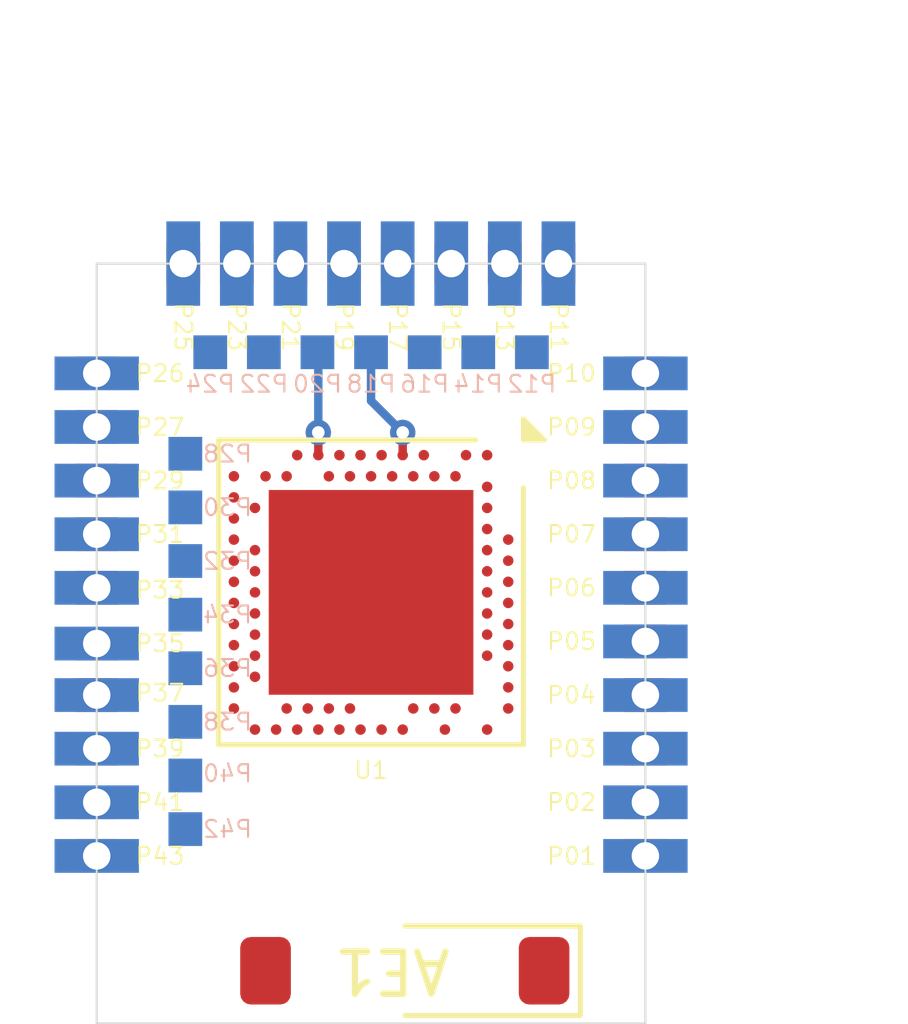
<source format=kicad_pcb>
(kicad_pcb (version 20241229) (generator "pcbnew") (generator_version "9.0")
  (layers (0 "F.Cu" signal) (4 "In1.Cu" signal) (6 "In2.Cu" signal) (2 "B.Cu" signal) (13 "F.Paste" user) (15 "B.Paste" user) (5 "F.SilkS" user "F.Silkscreen") (7 "B.SilkS" user "B.Silkscreen") (1 "F.Mask" user) (3 "B.Mask" user) (25 "Edge.Cuts" user))
  (net 0 "")
  (net 2 "GND")
  (net 3 "Net-(AE1-PCB_Trace)")
  (net 29 "Net-(P01-Pin_1)")
  (net 30 "Net-(P02-Pin_1)")
  (net 31 "Net-(P03-Pin_1)")
  (net 32 "Net-(P04-Pin_1)")
  (net 33 "Net-(P06-Pin_1)")
  (net 34 "Net-(P07-Pin_1)")
  (net 35 "Net-(P08-Pin_1)")
  (net 36 "Net-(P09-Pin_1)")
  (net 37 "Net-(P10-Pin_1)")
  (net 38 "Net-(P11-Pin_1)")
  (net 39 "Net-(P12-Pin_1)")
  (net 40 "Net-(P13-Pin_1)")
  (net 41 "Net-(P14-Pin_1)")
  (net 42 "Net-(P15-Pin_1)")
  (net 43 "Net-(P16-Pin_1)")
  (net 44 "Net-(P17-Pin_1)")
  (net 45 "Net-(P18-Pin_1)")
  (net 46 "Net-(P19-Pin_1)")
  (net 47 "Net-(P20-Pin_1)")
  (net 48 "Net-(P22-Pin_1)")
  (net 49 "Net-(P23-Pin_1)")
  (net 50 "Net-(P25-Pin_1)")
  (net 51 "Net-(P26-Pin_1)")
  (net 52 "Net-(P27-Pin_1)")
  (net 53 "Net-(P28-Pin_1)")
  (net 54 "Net-(P29-Pin_1)")
  (net 55 "Net-(P30-Pin_1)")
  (net 56 "Net-(P31-Pin_1)")
  (net 57 "Net-(P32-Pin_1)")
  (net 58 "Net-(P33-Pin_1)")
  (net 59 "Net-(P34-Pin_1)")
  (net 60 "Net-(P35-Pin_1)")
  (net 61 "Net-(P36-Pin_1)")
  (net 62 "Net-(P37-Pin_1)")
  (net 63 "Net-(P38-Pin_1)")
  (net 64 "Net-(P39-Pin_1)")
  (net 65 "Net-(P40-Pin_1)")
  (net 66 "Net-(P41-Pin_1)")
  (net 67 "Net-(P42-Pin_1)")
  (net 68 "Net-(P43-Pin_1)")
  (footprint "keyboard:castellated pad" (layer "F.Cu") (at 132 62.41)
    (property "Reference" "P31" (at 1.5 0 0) (layer "F.SilkS") (effects (font (size 0.4 0.4) (thickness 0.05))))
    (property "Value" "D+")
    (pad "1" thru_hole rect (at 0 0) (size 1 0.8) (drill 0.65) (property pad_prop_castellated) (layers "*.Cu" "*.Mask") (net 56 "Net-(P31-Pin_1)") (padstack (mode custom) (layer "In1.Cu" (shape rect) (size 2 0.8)) (layer "In2.Cu" (shape rect) (size 2 0.8)) (layer "B.Cu" (shape rect) (size 2 0.8))))
  )
  (footprint "keyboard:castellated pad" (layer "F.Cu") (at 145 63.68)
    (property "Reference" "P06" (at -1.75 0 0) (layer "F.SilkS") (effects (font (size 0.4 0.4) (thickness 0.05))))
    (property "Value" "P1.13")
    (pad "1" thru_hole rect (at 0 0) (size 1 0.8) (drill 0.65) (property pad_prop_castellated) (layers "*.Cu" "*.Mask") (net 33 "Net-(P06-Pin_1)") (padstack (mode custom) (layer "In1.Cu" (shape rect) (size 2 0.8)) (layer "In2.Cu" (shape rect) (size 2 0.8)) (layer "B.Cu" (shape rect) (size 2 0.8))))
  )
  (footprint "keyboard:castellated pad" (layer "F.Cu") (at 135.32 56 90)
    (property "Reference" "P23" (at -1.5 0 270) (layer "F.SilkS") (effects (font (size 0.4 0.4) (thickness 0.05))))
    (property "Value" "VDDH")
    (pad "1" thru_hole rect (at 0 0 90) (size 1 0.8) (drill 0.65) (property pad_prop_castellated) (layers "*.Cu" "*.Mask") (net 49 "Net-(P23-Pin_1)") (padstack (mode custom) (layer "In1.Cu" (shape rect) (size 2 0.8)) (layer "In2.Cu" (shape rect) (size 2 0.8)) (layer "B.Cu" (shape rect) (size 2 0.8))))
  )
  (footprint "keyboard:castellated pad" (layer "F.Cu") (at 145 67.49)
    (property "Reference" "P03" (at -1.75 0 0) (layer "F.SilkS") (effects (font (size 0.4 0.4) (thickness 0.05))))
    (property "Value" "P0.03")
    (pad "1" thru_hole rect (at 0 0) (size 1 0.8) (drill 0.65) (property pad_prop_castellated) (layers "*.Cu" "*.Mask") (net 31 "Net-(P03-Pin_1)") (padstack (mode custom) (layer "In1.Cu" (shape rect) (size 2 0.8)) (layer "In2.Cu" (shape rect) (size 2 0.8)) (layer "B.Cu" (shape rect) (size 2 0.8))))
  )
  (footprint "keyboard:castellated pad" (layer "F.Cu") (at 132 66.22)
    (property "Reference" "P37" (at 1.5 -0.05 0) (layer "F.SilkS") (effects (font (size 0.4 0.4) (thickness 0.05))))
    (property "Value" "SWD")
    (pad "1" thru_hole rect (at 0 0) (size 1 0.8) (drill 0.65) (property pad_prop_castellated) (layers "*.Cu" "*.Mask") (net 62 "Net-(P37-Pin_1)") (padstack (mode custom) (layer "In1.Cu" (shape rect) (size 2 0.8)) (layer "In2.Cu" (shape rect) (size 2 0.8)) (layer "B.Cu" (shape rect) (size 2 0.8))))
  )
  (footprint "keyboard:castellated pad" (layer "F.Cu") (at 132 68.76)
    (property "Reference" "P41" (at 1.5 0 0) (layer "F.SilkS") (effects (font (size 0.4 0.4) (thickness 0.05))))
    (property "Value" "NF1")
    (pad "1" thru_hole rect (at 0 0) (size 1 0.8) (drill 0.65) (property pad_prop_castellated) (layers "*.Cu" "*.Mask") (net 66 "Net-(P41-Pin_1)") (padstack (mode custom) (layer "In1.Cu" (shape rect) (size 2 0.8)) (layer "In2.Cu" (shape rect) (size 2 0.8)) (layer "B.Cu" (shape rect) (size 2 0.8))))
  )
  (footprint "keyboard:castellated pad" (layer "F.Cu") (at 137.86 56 90)
    (property "Reference" "P19" (at -1.5 0 270) (layer "F.SilkS") (effects (font (size 0.4 0.4) (thickness 0.05))))
    (property "Value" "Conn_01x01_Pin")
    (pad "1" thru_hole rect (at 0 0 90) (size 1 0.8) (drill 0.65) (property pad_prop_castellated) (layers "*.Cu" "*.Mask") (net 46 "Net-(P19-Pin_1)") (padstack (mode custom) (layer "In1.Cu" (shape rect) (size 2 0.8)) (layer "In2.Cu" (shape rect) (size 2 0.8)) (layer "B.Cu" (shape rect) (size 2 0.8))))
  )
  (footprint "keyboard:castellated pad" (layer "F.Cu") (at 134.05 56 90)
    (property "Reference" "P25" (at -1.5 0 270) (layer "F.SilkS") (effects (font (size 0.4 0.4) (thickness 0.05))))
    (property "Value" "DCH")
    (pad "1" thru_hole rect (at 0 0 90) (size 1 0.8) (drill 0.65) (property pad_prop_castellated) (layers "*.Cu" "*.Mask") (net 50 "Net-(P25-Pin_1)") (padstack (mode custom) (layer "In1.Cu" (shape rect) (size 2 0.8)) (layer "In2.Cu" (shape rect) (size 2 0.8)) (layer "B.Cu" (shape rect) (size 2 0.8))))
  )
  (footprint "keyboard:castellated pad" (layer "F.Cu") (at 142.94 56 90)
    (property "Reference" "P11" (at -1.5 0 270) (layer "F.SilkS") (effects (font (size 0.4 0.4) (thickness 0.05))))
    (property "Value" "XL1")
    (pad "1" thru_hole rect (at 0 0 90) (size 1 0.8) (drill 0.65) (property pad_prop_castellated) (layers "*.Cu" "*.Mask") (net 38 "Net-(P11-Pin_1)") (padstack (mode custom) (layer "In1.Cu" (shape rect) (size 2 0.8)) (layer "In2.Cu" (shape rect) (size 2 0.8)) (layer "B.Cu" (shape rect) (size 2 0.8))))
  )
  (footprint "keyboard:castellated pad" (layer "F.Cu") (at 141.67 56 90)
    (property "Reference" "P13" (at -1.5 0 270) (layer "F.SilkS") (effects (font (size 0.4 0.4) (thickness 0.05))))
    (property "Value" "XL2")
    (pad "1" thru_hole rect (at 0 0 90) (size 1 0.8) (drill 0.65) (property pad_prop_castellated) (layers "*.Cu" "*.Mask") (net 40 "Net-(P13-Pin_1)") (padstack (mode custom) (layer "In1.Cu" (shape rect) (size 2 0.8)) (layer "In2.Cu" (shape rect) (size 2 0.8)) (layer "B.Cu" (shape rect) (size 2 0.8))))
  )
  (footprint "keyboard:castellated pad" (layer "F.Cu") (at 132 61.14)
    (property "Reference" "P29" (at 1.5 0 0) (layer "F.SilkS") (effects (font (size 0.4 0.4) (thickness 0.05))))
    (property "Value" "D-")
    (pad "1" thru_hole rect (at 0 0) (size 1 0.8) (drill 0.65) (property pad_prop_castellated) (layers "*.Cu" "*.Mask") (net 54 "Net-(P29-Pin_1)") (padstack (mode custom) (layer "In1.Cu" (shape rect) (size 2 0.8)) (layer "In2.Cu" (shape rect) (size 2 0.8)) (layer "B.Cu" (shape rect) (size 2 0.8))))
  )
  (footprint "keyboard:castellated pad" (layer "F.Cu") (at 132 67.49)
    (property "Reference" "P39" (at 1.5 0 0) (layer "F.SilkS") (effects (font (size 0.4 0.4) (thickness 0.05))))
    (property "Value" "SWC")
    (pad "1" thru_hole rect (at 0 0) (size 1 0.8) (drill 0.65) (property pad_prop_castellated) (layers "*.Cu" "*.Mask") (net 64 "Net-(P39-Pin_1)") (padstack (mode custom) (layer "In1.Cu" (shape rect) (size 2 0.8)) (layer "In2.Cu" (shape rect) (size 2 0.8)) (layer "B.Cu" (shape rect) (size 2 0.8))))
  )
  (footprint "keyboard:castellated pad" (layer "F.Cu") (at 145 64.95)
    (property "Reference" "P05" (at -1.75 0 0) (layer "F.SilkS") (effects (font (size 0.4 0.4) (thickness 0.05))))
    (property "Value" "Conn_01x01_Pin")
    (pad "1" thru_hole rect (at 0 0) (size 1 0.8) (drill 0.65) (property pad_prop_castellated) (layers "*.Cu" "*.Mask") (net 2 "GND") (padstack (mode custom) (layer "In1.Cu" (shape rect) (size 2 0.8)) (layer "In2.Cu" (shape rect) (size 2 0.8)) (layer "B.Cu" (shape rect) (size 2 0.8))))
  )
  (footprint "keyboard:castellated pad" (layer "F.Cu") (at 145 68.76)
    (property "Reference" "P02" (at -1.75 0 0) (layer "F.SilkS") (effects (font (size 0.4 0.4) (thickness 0.05))))
    (property "Value" "P1.10")
    (pad "1" thru_hole rect (at 0 0) (size 1 0.8) (drill 0.65) (property pad_prop_castellated) (layers "*.Cu" "*.Mask") (net 30 "Net-(P02-Pin_1)") (padstack (mode custom) (layer "In1.Cu" (shape rect) (size 2 0.8)) (layer "In2.Cu" (shape rect) (size 2 0.8)) (layer "B.Cu" (shape rect) (size 2 0.8))))
  )
  (footprint "keyboard:castellated pad" (layer "F.Cu") (at 145 70.03)
    (property "Reference" "P01" (at -1.75 0 0) (layer "F.SilkS") (effects (font (size 0.4 0.4) (thickness 0.05))))
    (property "Value" "P1.11")
    (pad "1" thru_hole rect (at 0 0) (size 1 0.8) (drill 0.65) (property pad_prop_castellated) (layers "*.Cu" "*.Mask") (net 29 "Net-(P01-Pin_1)") (padstack (mode custom) (layer "In1.Cu" (shape rect) (size 1 0.8)) (layer "In2.Cu" (shape rect) (size 1 0.8)) (layer "B.Cu" (shape rect) (size 2 0.8))))
  )
  (footprint "keyboard:castellated pad" (layer "F.Cu") (at 140.4 56 90)
    (property "Reference" "P15" (at -1.5 0 270) (layer "F.SilkS") (effects (font (size 0.4 0.4) (thickness 0.05))))
    (property "Value" "AI3")
    (pad "1" thru_hole rect (at 0 0 90) (size 1 0.8) (drill 0.65) (property pad_prop_castellated) (layers "*.Cu" "*.Mask") (net 42 "Net-(P15-Pin_1)") (padstack (mode custom) (layer "In1.Cu" (shape rect) (size 2 0.8)) (layer "In2.Cu" (shape rect) (size 2 0.8)) (layer "B.Cu" (shape rect) (size 2 0.8))))
  )
  (footprint "keyboard:castellated pad" (layer "F.Cu") (at 132 58.6)
    (property "Reference" "P26" (at 1.5 0 0) (layer "F.SilkS") (effects (font (size 0.4 0.4) (thickness 0.05))))
    (property "Value" "RST")
    (pad "1" thru_hole rect (at 0 0) (size 1 0.8) (drill 0.65) (property pad_prop_castellated) (layers "*.Cu" "*.Mask") (net 51 "Net-(P26-Pin_1)") (padstack (mode custom) (layer "In1.Cu" (shape rect) (size 2 0.8)) (layer "In2.Cu" (shape rect) (size 2 0.8)) (layer "B.Cu" (shape rect) (size 2 0.8))))
  )
  (footprint "keyboard:castellated pad" (layer "F.Cu") (at 132 70.03)
    (property "Reference" "P43" (at 1.5 0 0) (layer "F.SilkS") (effects (font (size 0.4 0.4) (thickness 0.05))))
    (property "Value" "NF2")
    (pad "1" thru_hole rect (at 0 0) (size 1 0.8) (drill 0.65) (property pad_prop_castellated) (layers "*.Cu" "*.Mask") (net 68 "Net-(P43-Pin_1)") (padstack (mode custom) (layer "In1.Cu" (shape rect) (size 2 0.8)) (layer "In2.Cu" (shape rect) (size 2 0.8)) (layer "B.Cu" (shape rect) (size 2 0.8))))
  )
  (footprint "keyboard:castellated pad" (layer "F.Cu") (at 139.13 56 90)
    (property "Reference" "P17" (at -1.5 0 270) (layer "F.SilkS") (effects (font (size 0.4 0.4) (thickness 0.05))))
    (property "Value" "P1.09")
    (pad "1" thru_hole rect (at 0 0 90) (size 1 0.8) (drill 0.65) (property pad_prop_castellated) (layers "*.Cu" "*.Mask") (net 44 "Net-(P17-Pin_1)") (padstack (mode custom) (layer "In1.Cu" (shape rect) (size 2 0.8)) (layer "In2.Cu" (shape rect) (size 2 0.8)) (layer "B.Cu" (shape rect) (size 2 0.8))))
  )
  (footprint "keyboard:castellated pad" (layer "F.Cu") (at 132 63.68)
    (property "Reference" "P33" (at 1.5 0.05 0) (layer "F.SilkS") (effects (font (size 0.4 0.4) (thickness 0.05))))
    (property "Value" "P0.13")
    (pad "1" thru_hole rect (at 0 0) (size 1 0.8) (drill 0.65) (property pad_prop_castellated) (layers "*.Cu" "*.Mask") (net 58 "Net-(P33-Pin_1)") (padstack (mode custom) (layer "In1.Cu" (shape rect) (size 2 0.8)) (layer "In2.Cu" (shape rect) (size 2 0.8)) (layer "B.Cu" (shape rect) (size 2 0.8))))
  )
  (footprint "Package_DFN_QFN:Nordic_AQFN-73-1EP_7x7mm_P0.5mm" (layer "F.Cu") (at 138.5 63.7875 -90)
    (property "Reference" "U1" (at 4.2125 0 0) (layer "F.SilkS") (effects (font (size 0.4 0.4) (thickness 0.05))))
    (property "Value" "nRF52840")
    (fp_line (start -3.61 3.61) (end 3.61 3.61) (stroke (width 0.12)) (layer "F.SilkS"))
    (fp_line (start 3.61 3.61) (end 3.61 -3.61) (stroke (width 0.12)) (layer "F.SilkS"))
    (fp_line (start -3.61 -2.48) (end -3.61 3.61) (stroke (width 0.12)) (layer "F.SilkS"))
    (fp_line (start 3.61 -3.61) (end -2.48 -3.61) (stroke (width 0.12)) (layer "F.SilkS"))
    (fp_poly (pts (xy -3.61 -3.61) (xy -4.11 -3.61) (xy -3.61 -4.11) (xy -3.61 -3.61)) (stroke (width 0.12)) (fill yes) (layer "F.SilkS"))
    (pad "A8" smd circle (at -1.25 -3.25 90) (size 0.25 0.25) (property pad_prop_bga) (layers "F.Cu" "F.Mask" "F.Paste") (net 36 "Net-(P09-Pin_1)"))
    (pad "A10" smd circle (at -0.75 -3.25 90) (size 0.25 0.25) (property pad_prop_bga) (layers "F.Cu" "F.Mask" "F.Paste") (net 35 "Net-(P08-Pin_1)"))
    (pad "A12" smd circle (at -0.25 -3.25 90) (size 0.25 0.25) (property pad_prop_bga) (layers "F.Cu" "F.Mask" "F.Paste") (net 34 "Net-(P07-Pin_1)"))
    (pad "A14" smd circle (at 0.25 -3.25 90) (size 0.25 0.25) (property pad_prop_bga) (layers "F.Cu" "F.Mask" "F.Paste"))
    (pad "A16" smd circle (at 0.75 -3.25 90) (size 0.25 0.25) (property pad_prop_bga) (layers "F.Cu" "F.Mask" "F.Paste") (net 33 "Net-(P06-Pin_1)"))
    (pad "A18" smd circle (at 1.25 -3.25 90) (size 0.25 0.25) (property pad_prop_bga) (layers "F.Cu" "F.Mask" "F.Paste"))
    (pad "A20" smd circle (at 1.75 -3.25 90) (size 0.25 0.25) (property pad_prop_bga) (layers "F.Cu" "F.Mask" "F.Paste") (net 30 "Net-(P02-Pin_1)"))
    (pad "A22" smd circle (at 2.25 -3.25 90) (size 0.25 0.25) (property pad_prop_bga) (layers "F.Cu" "F.Mask" "F.Paste") (net 46 "Net-(P19-Pin_1)"))
    (pad "A23" smd circle (at 2.75 -3.25 90) (size 0.25 0.25) (property pad_prop_bga) (layers "F.Cu" "F.Mask" "F.Paste"))
    (pad "AA24" smd circle (at 3.25 2.25 90) (size 0.25 0.25) (property pad_prop_bga) (layers "F.Cu" "F.Mask" "F.Paste") (net 64 "Net-(P39-Pin_1)"))
    (pad "AB2" smd circle (at -2.75 2.5 90) (size 0.25 0.25) (property pad_prop_bga) (layers "F.Cu" "F.Mask" "F.Paste") (net 50 "Net-(P25-Pin_1)"))
    (pad "AC5" smd circle (at -2 2.75 90) (size 0.25 0.25) (property pad_prop_bga) (layers "F.Cu" "F.Mask" "F.Paste"))
    (pad "AC9" smd circle (at -1 2.75 90) (size 0.25 0.25) (property pad_prop_bga) (layers "F.Cu" "F.Mask" "F.Paste"))
    (pad "AC11" smd circle (at -0.5 2.75 90) (size 0.25 0.25) (property pad_prop_bga) (layers "F.Cu" "F.Mask" "F.Paste"))
    (pad "AC13" smd circle (at 0 2.75 90) (size 0.25 0.25) (property pad_prop_bga) (layers "F.Cu" "F.Mask" "F.Paste") (net 51 "Net-(P26-Pin_1)"))
    (pad "AC15" smd circle (at 0.5 2.75 90) (size 0.25 0.25) (property pad_prop_bga) (layers "F.Cu" "F.Mask" "F.Paste"))
    (pad "AC17" smd circle (at 1 2.75 90) (size 0.25 0.25) (property pad_prop_bga) (layers "F.Cu" "F.Mask" "F.Paste"))
    (pad "AC19" smd circle (at 1.5 2.75 90) (size 0.25 0.25) (property pad_prop_bga) (layers "F.Cu" "F.Mask" "F.Paste"))
    (pad "AC21" smd circle (at 2 2.75 90) (size 0.25 0.25) (property pad_prop_bga) (layers "F.Cu" "F.Mask" "F.Paste"))
    (pad "AC24" smd circle (at 3.25 2.75 90) (size 0.25 0.25) (property pad_prop_bga) (layers "F.Cu" "F.Mask" "F.Paste") (net 62 "Net-(P37-Pin_1)"))
    (pad "AD2" smd circle (at -2.75 3.25 90) (size 0.25 0.25) (property pad_prop_bga) (layers "F.Cu" "F.Mask" "F.Paste") (net 52 "Net-(P27-Pin_1)"))
    (pad "AD4" smd circle (at -2.25 3.25 90) (size 0.25 0.25) (property pad_prop_bga) (layers "F.Cu" "F.Mask" "F.Paste") (net 54 "Net-(P29-Pin_1)"))
    (pad "AD6" smd circle (at -1.75 3.25 90) (size 0.25 0.25) (property pad_prop_bga) (layers "F.Cu" "F.Mask" "F.Paste") (net 56 "Net-(P31-Pin_1)"))
    (pad "AD8" smd circle (at -1.25 3.25 90) (size 0.25 0.25) (property pad_prop_bga) (layers "F.Cu" "F.Mask" "F.Paste") (net 58 "Net-(P33-Pin_1)"))
    (pad "AD10" smd circle (at -0.75 3.25 90) (size 0.25 0.25) (property pad_prop_bga) (layers "F.Cu" "F.Mask" "F.Paste") (net 53 "Net-(P28-Pin_1)"))
    (pad "AD12" smd circle (at -0.25 3.25 90) (size 0.25 0.25) (property pad_prop_bga) (layers "F.Cu" "F.Mask" "F.Paste") (net 55 "Net-(P30-Pin_1)"))
    (pad "AD14" smd circle (at 0.25 3.25 90) (size 0.25 0.25) (property pad_prop_bga) (layers "F.Cu" "F.Mask" "F.Paste") (net 46 "Net-(P19-Pin_1)"))
    (pad "AD16" smd circle (at 0.75 3.25 90) (size 0.25 0.25) (property pad_prop_bga) (layers "F.Cu" "F.Mask" "F.Paste") (net 57 "Net-(P32-Pin_1)"))
    (pad "AD18" smd circle (at 1.25 3.25 90) (size 0.25 0.25) (property pad_prop_bga) (layers "F.Cu" "F.Mask" "F.Paste") (net 59 "Net-(P34-Pin_1)"))
    (pad "AD20" smd circle (at 1.75 3.25 90) (size 0.25 0.25) (property pad_prop_bga) (layers "F.Cu" "F.Mask" "F.Paste") (net 60 "Net-(P35-Pin_1)"))
    (pad "AD22" smd circle (at 2.25 3.25 90) (size 0.25 0.25) (property pad_prop_bga) (layers "F.Cu" "F.Mask" "F.Paste") (net 61 "Net-(P36-Pin_1)"))
    (pad "AD23" smd circle (at 2.75 3.25 90) (size 0.25 0.25) (property pad_prop_bga) (layers "F.Cu" "F.Mask" "F.Paste") (net 46 "Net-(P19-Pin_1)"))
    (pad "B1" smd circle (at -3.25 -2.75 90) (size 0.25 0.25) (property pad_prop_bga) (layers "F.Cu" "F.Mask" "F.Paste") (net 46 "Net-(P19-Pin_1)"))
    (pad "B3" smd circle (at -2.5 -2.75 90) (size 0.25 0.25) (property pad_prop_bga) (layers "F.Cu" "F.Mask" "F.Paste"))
    (pad "B5" smd circle (at -2 -2.75 90) (size 0.25 0.25) (property pad_prop_bga) (layers "F.Cu" "F.Mask" "F.Paste"))
    (pad "B7" smd circle (at -1.5 -2.75 90) (size 0.25 0.25) (property pad_prop_bga) (layers "F.Cu" "F.Mask" "F.Paste") (net 2 "GND"))
    (pad "B9" smd circle (at -1 -2.75 90) (size 0.25 0.25) (property pad_prop_bga) (layers "F.Cu" "F.Mask" "F.Paste") (net 37 "Net-(P10-Pin_1)"))
    (pad "B11" smd circle (at -0.5 -2.75 90) (size 0.25 0.25) (property pad_prop_bga) (layers "F.Cu" "F.Mask" "F.Paste") (net 32 "Net-(P04-Pin_1)"))
    (pad "B13" smd circle (at 0 -2.75 90) (size 0.25 0.25) (property pad_prop_bga) (layers "F.Cu" "F.Mask" "F.Paste") (net 31 "Net-(P03-Pin_1)"))
    (pad "B15" smd circle (at 0.5 -2.75 90) (size 0.25 0.25) (property pad_prop_bga) (layers "F.Cu" "F.Mask" "F.Paste"))
    (pad "B17" smd circle (at 1 -2.75 90) (size 0.25 0.25) (property pad_prop_bga) (layers "F.Cu" "F.Mask" "F.Paste"))
    (pad "B19" smd circle (at 1.5 -2.75 90) (size 0.25 0.25) (property pad_prop_bga) (layers "F.Cu" "F.Mask" "F.Paste") (net 29 "Net-(P01-Pin_1)"))
    (pad "B24" smd circle (at 3.25 -2.75 90) (size 0.25 0.25) (property pad_prop_bga) (layers "F.Cu" "F.Mask" "F.Paste"))
    (pad "C1" smd circle (at -3.25 -2.25 90) (size 0.25 0.25) (property pad_prop_bga) (layers "F.Cu" "F.Mask" "F.Paste"))
    (pad "D2" smd circle (at -2.75 -2 90) (size 0.25 0.25) (property pad_prop_bga) (layers "F.Cu" "F.Mask" "F.Paste") (net 38 "Net-(P11-Pin_1)"))
    (pad "D23" smd circle (at 2.75 -2 90) (size 0.25 0.25) (property pad_prop_bga) (layers "F.Cu" "F.Mask" "F.Paste"))
    (pad "E24" smd circle (at 3.25 -1.75 90) (size 0.25 0.25) (property pad_prop_bga) (layers "F.Cu" "F.Mask" "F.Paste"))
    (pad "EP" smd rect (at 0 0 90) (size 4.85 4.85) (layers "F.Cu" "F.Mask") (net 2 "GND"))
    (pad "F2" smd circle (at -2.75 -1.5 90) (size 0.25 0.25) (property pad_prop_bga) (layers "F.Cu" "F.Mask" "F.Paste") (net 40 "Net-(P13-Pin_1)"))
    (pad "F23" smd circle (at 2.75 -1.5 90) (size 0.25 0.25) (property pad_prop_bga) (layers "F.Cu" "F.Mask" "F.Paste") (net 2 "GND"))
    (pad "G1" smd circle (at -3.25 -1.25 90) (size 0.25 0.25) (property pad_prop_bga) (layers "F.Cu" "F.Mask" "F.Paste") (net 39 "Net-(P12-Pin_1)"))
    (pad "H2" smd circle (at -2.75 -1 90) (size 0.25 0.25) (property pad_prop_bga) (layers "F.Cu" "F.Mask" "F.Paste"))
    (pad "H23" smd circle (at 2.75 -1 90) (size 0.25 0.25) (property pad_prop_bga) (layers "F.Cu" "F.Mask" "F.Paste") (net 3 "Net-(AE1-PCB_Trace)"))
    (pad "J1" smd circle (at -3.25 -0.75 90) (size 0.25 0.25) (property pad_prop_bga) (layers "F.Cu" "F.Mask" "F.Paste") (net 45 "Net-(P18-Pin_1)"))
    (pad "J24" smd circle (at 3.25 -0.75 90) (size 0.25 0.25) (property pad_prop_bga) (layers "F.Cu" "F.Mask" "F.Paste") (net 68 "Net-(P43-Pin_1)"))
    (pad "K2" smd circle (at -2.75 -0.5 90) (size 0.25 0.25) (property pad_prop_bga) (layers "F.Cu" "F.Mask" "F.Paste") (net 42 "Net-(P15-Pin_1)"))
    (pad "L1" smd circle (at -3.25 -0.25 90) (size 0.25 0.25) (property pad_prop_bga) (layers "F.Cu" "F.Mask" "F.Paste") (net 41 "Net-(P14-Pin_1)"))
    (pad "L24" smd circle (at 3.25 -0.25 90) (size 0.25 0.25) (property pad_prop_bga) (layers "F.Cu" "F.Mask" "F.Paste") (net 66 "Net-(P41-Pin_1)"))
    (pad "M2" smd circle (at -2.75 0 90) (size 0.25 0.25) (property pad_prop_bga) (layers "F.Cu" "F.Mask" "F.Paste") (net 48 "Net-(P22-Pin_1)"))
    (pad "N1" smd circle (at -3.25 0.25 90) (size 0.25 0.25) (property pad_prop_bga) (layers "F.Cu" "F.Mask" "F.Paste") (net 43 "Net-(P16-Pin_1)"))
    (pad "N24" smd circle (at 3.25 0.25 90) (size 0.25 0.25) (property pad_prop_bga) (layers "F.Cu" "F.Mask" "F.Paste"))
    (pad "P2" smd circle (at -2.75 0.5 90) (size 0.25 0.25) (property pad_prop_bga) (layers "F.Cu" "F.Mask" "F.Paste"))
    (pad "P23" smd circle (at 2.75 0.5 90) (size 0.25 0.25) (property pad_prop_bga) (layers "F.Cu" "F.Mask" "F.Paste"))
    (pad "R1" smd circle (at -3.25 0.75 90) (size 0.25 0.25) (property pad_prop_bga) (layers "F.Cu" "F.Mask" "F.Paste") (net 44 "Net-(P17-Pin_1)"))
    (pad "R24" smd circle (at 3.25 0.75 90) (size 0.25 0.25) (property pad_prop_bga) (layers "F.Cu" "F.Mask" "F.Paste") (net 67 "Net-(P42-Pin_1)"))
    (pad "T2" smd circle (at -2.75 1 90) (size 0.25 0.25) (property pad_prop_bga) (layers "F.Cu" "F.Mask" "F.Paste"))
    (pad "T23" smd circle (at 2.75 1 90) (size 0.25 0.25) (property pad_prop_bga) (layers "F.Cu" "F.Mask" "F.Paste"))
    (pad "U1" smd circle (at -3.25 1.25 90) (size 0.25 0.25) (property pad_prop_bga) (layers "F.Cu" "F.Mask" "F.Paste") (net 47 "Net-(P20-Pin_1)"))
    (pad "U24" smd circle (at 3.25 1.25 90) (size 0.25 0.25) (property pad_prop_bga) (layers "F.Cu" "F.Mask" "F.Paste") (net 65 "Net-(P40-Pin_1)"))
    (pad "V23" smd circle (at 2.75 1.5 90) (size 0.25 0.25) (property pad_prop_bga) (layers "F.Cu" "F.Mask" "F.Paste"))
    (pad "W1" smd circle (at -3.25 1.75 90) (size 0.25 0.25) (property pad_prop_bga) (layers "F.Cu" "F.Mask" "F.Paste") (net 46 "Net-(P19-Pin_1)"))
    (pad "W24" smd circle (at 3.25 1.75 90) (size 0.25 0.25) (property pad_prop_bga) (layers "F.Cu" "F.Mask" "F.Paste") (net 63 "Net-(P38-Pin_1)"))
    (pad "Y2" smd circle (at -2.75 2 90) (size 0.25 0.25) (property pad_prop_bga) (layers "F.Cu" "F.Mask" "F.Paste") (net 49 "Net-(P23-Pin_1)"))
    (pad "Y23" smd circle (at 2.75 2 90) (size 0.25 0.25) (property pad_prop_bga) (layers "F.Cu" "F.Mask" "F.Paste"))
  )
  (footprint "keyboard:castellated pad" (layer "F.Cu") (at 145 58.6)
    (property "Reference" "P10" (at -1.75 0 0) (layer "F.SilkS") (effects (font (size 0.4 0.4) (thickness 0.05))))
    (property "Value" "AI6")
    (pad "1" thru_hole rect (at 0 0) (size 1 0.8) (drill 0.65) (property pad_prop_castellated) (layers "*.Cu" "*.Mask") (net 37 "Net-(P10-Pin_1)") (padstack (mode custom) (layer "In1.Cu" (shape rect) (size 2 0.8)) (layer "In2.Cu" (shape rect) (size 2 0.8)) (layer "B.Cu" (shape rect) (size 2 0.8))))
  )
  (footprint "keyboard:castellated pad" (layer "F.Cu") (at 145 59.87)
    (property "Reference" "P09" (at -1.75 0 0) (layer "F.SilkS") (effects (font (size 0.4 0.4) (thickness 0.05))))
    (property "Value" "AI7")
    (pad "1" thru_hole rect (at 0 0) (size 1 0.8) (drill 0.65) (property pad_prop_castellated) (layers "*.Cu" "*.Mask") (net 36 "Net-(P09-Pin_1)") (padstack (mode custom) (layer "In1.Cu" (shape rect) (size 2 0.8)) (layer "In2.Cu" (shape rect) (size 2 0.8)) (layer "B.Cu" (shape rect) (size 2 0.8))))
  )
  (footprint "keyboard:castellated pad" (layer "F.Cu") (at 132 59.87)
    (property "Reference" "P27" (at 1.5 0 0) (layer "F.SilkS") (effects (font (size 0.4 0.4) (thickness 0.05))))
    (property "Value" "VBS")
    (pad "1" thru_hole rect (at 0 0) (size 1 0.8) (drill 0.65) (property pad_prop_castellated) (layers "*.Cu" "*.Mask") (net 52 "Net-(P27-Pin_1)") (padstack (mode custom) (layer "In1.Cu" (shape rect) (size 2 0.8)) (layer "In2.Cu" (shape rect) (size 2 0.8)) (layer "B.Cu" (shape rect) (size 2 0.8))))
  )
  (footprint "RF_Antenna:Pulse_W3000" (layer "F.Cu") (at 139.3 72.75 180)
    (property "Reference" "AE1" (at 0.3 0 180) (layer "F.SilkS"))
    (property "Value" "Antenna_Chip")
    (fp_line (start -4.16 1.06) (end 0 1.06) (stroke (width 0.12)) (layer "F.SilkS"))
    (fp_line (start -4.16 1.06) (end -4.16 -1.06) (stroke (width 0.12)) (layer "F.SilkS"))
    (fp_line (start -4.16 -1.06) (end 0 -1.06) (stroke (width 0.12)) (layer "F.SilkS"))
    (pad "1" smd roundrect (at -3.3 0 180) (size 1.2 1.6) (layers "F.Cu" "F.Mask" "F.Paste") (roundrect_rratio 0.2083333333) (net 2 "GND"))
    (pad "2" smd roundrect (at 3.3 0 180) (size 1.2 1.6) (layers "F.Cu" "F.Mask" "F.Paste") (roundrect_rratio 0.2083333333) (net 3 "Net-(AE1-PCB_Trace)"))
  )
  (footprint "keyboard:castellated pad" (layer "F.Cu") (at 145 62.41)
    (property "Reference" "P07" (at -1.75 0 0) (layer "F.SilkS") (effects (font (size 0.4 0.4) (thickness 0.05))))
    (property "Value" "AI0")
    (pad "1" thru_hole rect (at 0 0) (size 1 0.8) (drill 0.65) (property pad_prop_castellated) (layers "*.Cu" "*.Mask") (net 34 "Net-(P07-Pin_1)") (padstack (mode custom) (layer "In1.Cu" (shape rect) (size 2 0.8)) (layer "In2.Cu" (shape rect) (size 2 0.8)) (layer "B.Cu" (shape rect) (size 2 0.8))))
  )
  (footprint "keyboard:castellated pad" (layer "F.Cu") (at 145 66.22)
    (property "Reference" "P04" (at -1.75 0 0) (layer "F.SilkS") (effects (font (size 0.4 0.4) (thickness 0.05))))
    (property "Value" "AI4")
    (pad "1" thru_hole rect (at 0 0) (size 1 0.8) (drill 0.65) (property pad_prop_castellated) (layers "*.Cu" "*.Mask") (net 32 "Net-(P04-Pin_1)") (padstack (mode custom) (layer "In1.Cu" (shape rect) (size 2 0.8)) (layer "In2.Cu" (shape rect) (size 2 0.8)) (layer "B.Cu" (shape rect) (size 2 0.8))))
  )
  (footprint "keyboard:castellated pad" (layer "F.Cu") (at 136.59 56 90)
    (property "Reference" "P21" (at -1.5 0 270) (layer "F.SilkS") (effects (font (size 0.4 0.4) (thickness 0.05))))
    (property "Value" "Conn_01x01_Pin")
    (pad "1" thru_hole rect (at 0 0 90) (size 1 0.8) (drill 0.65) (property pad_prop_castellated) (layers "*.Cu" "*.Mask") (net 2 "GND") (padstack (mode custom) (layer "In1.Cu" (shape rect) (size 2 0.8)) (layer "In2.Cu" (shape rect) (size 2 0.8)) (layer "B.Cu" (shape rect) (size 2 0.8))))
  )
  (footprint "keyboard:castellated pad" (layer "F.Cu") (at 145 61.14)
    (property "Reference" "P08" (at -1.75 0 0) (layer "F.SilkS") (effects (font (size 0.4 0.4) (thickness 0.05))))
    (property "Value" "AI5")
    (pad "1" thru_hole rect (at 0 0) (size 1 0.8) (drill 0.65) (property pad_prop_castellated) (layers "*.Cu" "*.Mask") (net 35 "Net-(P08-Pin_1)") (padstack (mode custom) (layer "In1.Cu" (shape rect) (size 2 0.8)) (layer "In2.Cu" (shape rect) (size 2 0.8)) (layer "B.Cu" (shape rect) (size 2 0.8))))
  )
  (footprint "keyboard:castellated pad" (layer "F.Cu") (at 132 65)
    (property "Reference" "P35" (at 1.5 0 0) (layer "F.SilkS") (effects (font (size 0.4 0.4) (thickness 0.05))))
    (property "Value" "P0.24")
    (pad "1" thru_hole rect (at 0 0) (size 1 0.8) (drill 0.65) (property pad_prop_castellated) (layers "*.Cu" "*.Mask") (net 60 "Net-(P35-Pin_1)") (padstack (mode custom) (layer "In1.Cu" (shape rect) (size 2 0.8)) (layer "In2.Cu" (shape rect) (size 2 0.8)) (layer "B.Cu" (shape rect) (size 2 0.8))))
  )
  (footprint "keyboard:square bad" (layer "B.Cu") (at 139.77 58.1 180)
    (property "Reference" "P16" (at 0 -0.75 0) (layer "B.SilkS") (effects (font (size 0.4 0.4) (thickness 0.05)) (justify mirror)))
    (property "Value" "P0.08")
    (pad "1" smd rect (at 0 0 180) (size 0.8 0.8) (layers "B.Cu" "B.Mask" "B.Paste") (net 43 "Net-(P16-Pin_1)"))
  )
  (footprint "keyboard:square bad" (layer "B.Cu") (at 134.1 68.125 180)
    (property "Reference" "P40" (at -1 0.05 0) (layer "B.SilkS") (effects (font (size 0.4 0.4) (thickness 0.05)) (justify mirror)))
    (property "Value" "P1.04")
    (pad "1" smd rect (at 0 0 180) (size 0.8 0.8) (layers "B.Cu" "B.Mask" "B.Paste") (net 65 "Net-(P40-Pin_1)"))
  )
  (footprint "keyboard:square bad" (layer "B.Cu") (at 137.23 58.1 180)
    (property "Reference" "P20" (at 0 -0.75 0) (layer "B.SilkS") (effects (font (size 0.4 0.4) (thickness 0.05)) (justify mirror)))
    (property "Value" "P0.12")
    (pad "1" smd rect (at 0 0 180) (size 0.8 0.8) (layers "B.Cu" "B.Mask" "B.Paste") (net 47 "Net-(P20-Pin_1)"))
  )
  (footprint "keyboard:square bad" (layer "B.Cu") (at 134.1 64.315 180)
    (property "Reference" "P34" (at -1 0 0) (layer "B.SilkS") (effects (font (size 0.4 0.4) (thickness 0.05)) (justify mirror)))
    (property "Value" "P0.22")
    (pad "1" smd rect (at 0 0 180) (size 0.8 0.8) (layers "B.Cu" "B.Mask" "B.Paste") (net 59 "Net-(P34-Pin_1)"))
  )
  (footprint "keyboard:square bad" (layer "B.Cu") (at 138.5 58.1 180)
    (property "Reference" "P18" (at 0 -0.75 0) (layer "B.SilkS") (effects (font (size 0.4 0.4) (thickness 0.05)) (justify mirror)))
    (property "Value" "AI2")
    (pad "1" smd rect (at 0 0 180) (size 0.8 0.8) (layers "B.Cu" "B.Mask" "B.Paste") (net 45 "Net-(P18-Pin_1)"))
  )
  (footprint "keyboard:square bad" (layer "B.Cu") (at 134.1 65.585 180)
    (property "Reference" "P36" (at -1 0 0) (layer "B.SilkS") (effects (font (size 0.4 0.4) (thickness 0.05)) (justify mirror)))
    (property "Value" "P1.00")
    (pad "1" smd rect (at 0 0 180) (size 0.8 0.8) (layers "B.Cu" "B.Mask" "B.Paste") (net 61 "Net-(P36-Pin_1)"))
  )
  (footprint "keyboard:square bad" (layer "B.Cu") (at 135.96 58.1 180)
    (property "Reference" "P22" (at 0 -0.75 0) (layer "B.SilkS") (effects (font (size 0.4 0.4) (thickness 0.05)) (justify mirror)))
    (property "Value" "P0.07")
    (pad "1" smd rect (at 0 0 180) (size 0.8 0.8) (layers "B.Cu" "B.Mask" "B.Paste") (net 48 "Net-(P22-Pin_1)"))
  )
  (footprint "keyboard:square bad" (layer "B.Cu") (at 134.1 69.395 180)
    (property "Reference" "P42" (at -1 0 0) (layer "B.SilkS") (effects (font (size 0.4 0.4) (thickness 0.05)) (justify mirror)))
    (property "Value" "P1.06")
    (pad "1" smd rect (at 0 0 180) (size 0.8 0.8) (layers "B.Cu" "B.Mask" "B.Paste") (net 67 "Net-(P42-Pin_1)"))
  )
  (footprint "keyboard:square bad" (layer "B.Cu") (at 142.31 58.1 90)
    (property "Reference" "P12" (at -0.75 0 0) (layer "B.SilkS") (effects (font (size 0.4 0.4) (thickness 0.05)) (justify mirror)))
    (property "Value" "P0.26")
    (pad "1" smd rect (at 0 0 90) (size 0.8 0.8) (layers "B.Cu" "B.Mask" "B.Paste") (net 39 "Net-(P12-Pin_1)"))
  )
  (footprint "keyboard:square bad" (layer "B.Cu") (at 134.1 63.045 180)
    (property "Reference" "P32" (at -1 0 0) (layer "B.SilkS") (effects (font (size 0.4 0.4) (thickness 0.05)) (justify mirror)))
    (property "Value" "P0.20")
    (pad "1" smd rect (at 0 0 180) (size 0.8 0.8) (layers "B.Cu" "B.Mask" "B.Paste") (net 57 "Net-(P32-Pin_1)"))
  )
  (footprint "keyboard:square bad" (layer "B.Cu") (at 134.1 60.505 180)
    (property "Reference" "P28" (at -1 0 0) (layer "B.SilkS") (effects (font (size 0.4 0.4) (thickness 0.05)) (justify mirror)))
    (property "Value" "P0.15")
    (pad "1" smd rect (at 0 0 180) (size 0.8 0.8) (layers "B.Cu" "B.Mask" "B.Paste") (net 53 "Net-(P28-Pin_1)"))
  )
  (footprint "keyboard:square bad" (layer "B.Cu") (at 134.1 61.775 180)
    (property "Reference" "P30" (at -1 0 0) (layer "B.SilkS") (effects (font (size 0.4 0.4) (thickness 0.05)) (justify mirror)))
    (property "Value" "P0.17")
    (pad "1" smd rect (at 0 0 180) (size 0.8 0.8) (layers "B.Cu" "B.Mask" "B.Paste") (net 55 "Net-(P30-Pin_1)"))
  )
  (footprint "keyboard:square bad" (layer "B.Cu") (at 141.04 58.1 180)
    (property "Reference" "P14" (at 0 -0.75 0) (layer "B.SilkS") (effects (font (size 0.4 0.4) (thickness 0.05)) (justify mirror)))
    (property "Value" "P0.06")
    (pad "1" smd rect (at 0 0 180) (size 0.8 0.8) (layers "B.Cu" "B.Mask" "B.Paste") (net 41 "Net-(P14-Pin_1)"))
  )
  (footprint "keyboard:square bad" (layer "B.Cu") (at 134.1 66.855 180)
    (property "Reference" "P38" (at -1 0 0) (layer "B.SilkS") (effects (font (size 0.4 0.4) (thickness 0.05)) (justify mirror)))
    (property "Value" "P1.02")
    (pad "1" smd rect (at 0 0 180) (size 0.8 0.8) (layers "B.Cu" "B.Mask" "B.Paste") (net 63 "Net-(P38-Pin_1)"))
  )
  (footprint "keyboard:square bad" (layer "B.Cu") (at 134.69 58.1 90)
    (property "Reference" "P24" (at -0.75 0 0) (layer "B.SilkS") (effects (font (size 0.4 0.4) (thickness 0.05)) (justify mirror)))
    (property "Value" "GND")
    (pad "1" smd rect (at 0 0 90) (size 0.8 0.8) (layers "B.Cu" "B.Mask" "B.Paste") (net 2 "GND"))
  )
  (gr_rect (start 132 56) (end 145 74) (stroke (width 0.05)) (fill no) (layer "Edge.Cuts"))
  (segment (start 139.25 60.5375) (end 139.25 60) (width 0.2) (layer "F.Cu") (net 45))
  (via (at 139.25 60) (size 0.6) (drill 0.3) (layers "F.Cu" "B.Cu") (net 45))
  (segment (start 138.5 59.25) (end 138.5 58.1) (width 0.2) (layer "B.Cu") (net 45))
  (segment (start 139.25 60) (end 138.5 59.25) (width 0.2) (layer "B.Cu") (net 45))
  (segment (start 137.25 60.5375) (end 137.25 60) (width 0.2) (layer "F.Cu") (net 47))
  (via (at 137.25 60) (size 0.6) (drill 0.3) (layers "F.Cu" "B.Cu") (net 47))
  (segment (start 137.25 58.12) (end 137.23 58.1) (width 0.2) (layer "B.Cu") (net 47))
  (segment (start 137.25 60) (end 137.25 58.12) (width 0.2) (layer "B.Cu") (net 47))
)
</source>
